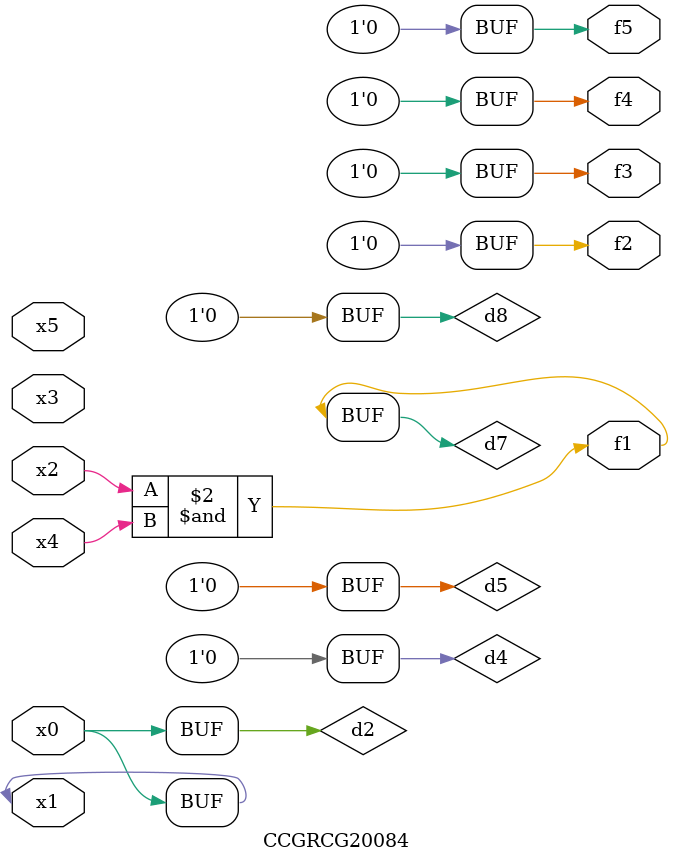
<source format=v>
module CCGRCG20084(
	input x0, x1, x2, x3, x4, x5,
	output f1, f2, f3, f4, f5
);

	wire d1, d2, d3, d4, d5, d6, d7, d8, d9;

	nand (d1, x1);
	buf (d2, x0, x1);
	nand (d3, x2, x4);
	and (d4, d1, d2);
	and (d5, d1, d2);
	nand (d6, d1, d3);
	not (d7, d3);
	xor (d8, d5);
	nor (d9, d5, d6);
	assign f1 = d7;
	assign f2 = d8;
	assign f3 = d8;
	assign f4 = d8;
	assign f5 = d8;
endmodule

</source>
